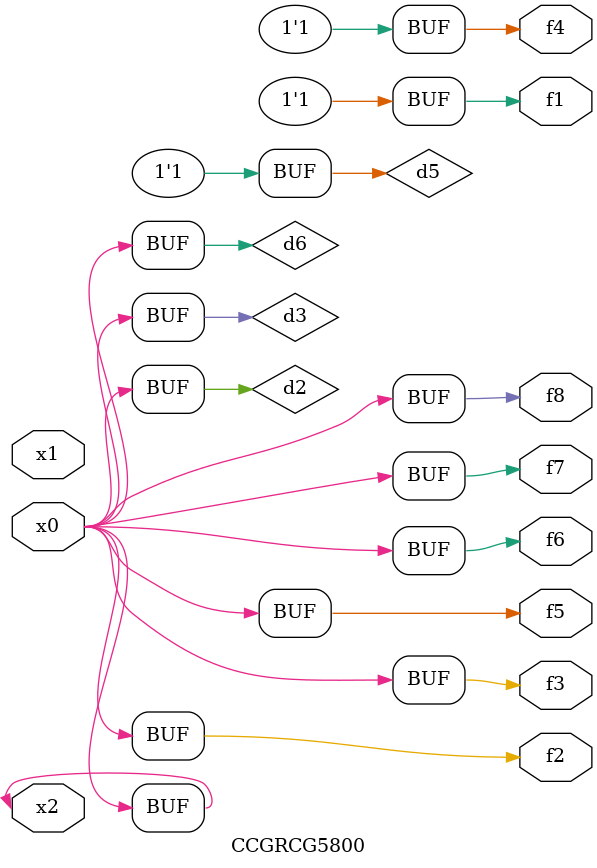
<source format=v>
module CCGRCG5800(
	input x0, x1, x2,
	output f1, f2, f3, f4, f5, f6, f7, f8
);

	wire d1, d2, d3, d4, d5, d6;

	xnor (d1, x2);
	buf (d2, x0, x2);
	and (d3, x0);
	xnor (d4, x1, x2);
	nand (d5, d1, d3);
	buf (d6, d2, d3);
	assign f1 = d5;
	assign f2 = d6;
	assign f3 = d6;
	assign f4 = d5;
	assign f5 = d6;
	assign f6 = d6;
	assign f7 = d6;
	assign f8 = d6;
endmodule

</source>
